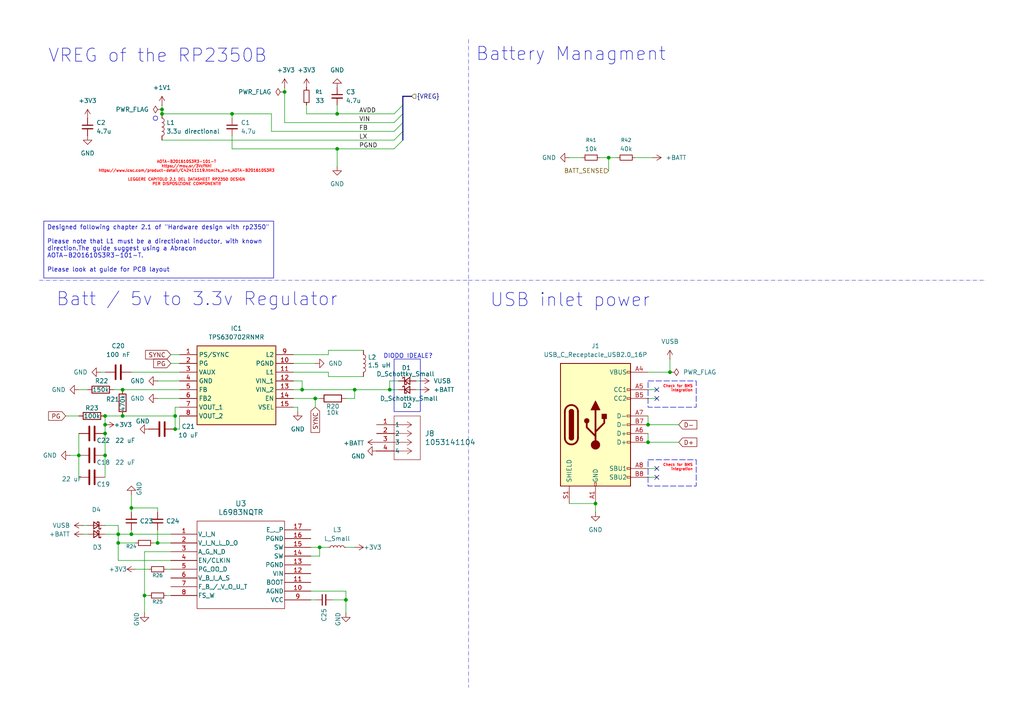
<source format=kicad_sch>
(kicad_sch (version 20250114) (generator "eeschema") (generator_version "9.0")
  (paper "A4")
  (title_block (title "Training Academy Board ") (date "2025-09-11") (rev "1.0") (company "Sapienza Rocket Team"))
  (lib_symbols
    (symbol "2025-12-20_10-01-49:L6983NQTR" (pin_names (offset 0.254))
      (property "Reference" "U" (at 1.27 20.32 0))
      (property "Value" "L6983NQTR" (at 1.27 17.78 0))
      (symbol "L6983NQTR_0_1"
        (pin unspecified line (at -20.32 8.89 0) (length 7.62) (name "V_I_N") (number "1"))
        (pin unspecified line (at -20.32 6.35 0) (length 7.62) (name "V_I_N_L_D_O") (number "2"))
        (pin unspecified line (at -20.32 3.81 0) (length 7.62) (name "A_G_N_D") (number "3"))
        (pin unspecified line (at -20.32 1.27 0) (length 7.62) (name "EN/CLKIN") (number "4"))
        (pin unspecified line (at -20.32 -1.27 0) (length 7.62) (name "PG_OO_D") (number "5"))
        (pin unspecified line (at -20.32 -3.81 0) (length 7.62) (name "V_B_I_A_S") (number "6"))
        (pin unspecified line (at -20.32 -6.35 0) (length 7.62) (name "F_B_/_V_O_U_T") (number "7"))
        (pin unspecified line (at -20.32 -8.89 0) (length 7.62) (name "FS_W") (number "8"))
        (pin unspecified line (at 20.32 10.16 180) (length 7.62) (name "E_._P") (number "17"))
        (pin power_out line (at 20.32 7.62 180) (length 7.62) (name "PGND") (number "16"))
        (pin unspecified line (at 20.32 5.08 180) (length 7.62) (name "SW") (number "15"))
        (pin unspecified line (at 20.32 2.54 180) (length 7.62) (name "SW") (number "14"))
        (pin power_out line (at 20.32 0 180) (length 7.62) (name "PGND") (number "13"))
        (pin unspecified line (at 20.32 -2.54 180) (length 7.62) (name "VIN") (number "12"))
        (pin unspecified line (at 20.32 -5.08 180) (length 7.62) (name "BOOT") (number "11"))
        (pin power_out line (at 20.32 -7.62 180) (length 7.62) (name "AGND") (number "10"))
        (pin power_in line (at 20.32 -10.16 180) (length 7.62) (name "VCC") (number "9"))
      )
      (symbol "L6983NQTR_1_1"
        (rectangle (start -12.7 12.7) (end 12.7 -12.7))
      )
    )
    (symbol "Connector:USB_C_Receptacle_USB2.0_16P" (pin_names (offset 1.016))
      (property "Reference" "J" (at 0 22.225 0))
      (property "Value" "USB_C_Receptacle_USB2.0_16P" (at 0 19.685 0))
      (symbol "USB_C_Receptacle_USB2.0_16P_0_0"
        (rectangle (start -0.254 -17.78) (end 0.254 -16.764))
        (rectangle (start 10.16 15.494) (end 9.144 14.986))
        (rectangle (start 10.16 10.414) (end 9.144 9.906))
        (rectangle (start 10.16 7.874) (end 9.144 7.366))
        (rectangle (start 10.16 2.794) (end 9.144 2.286))
        (rectangle (start 10.16 0.254) (end 9.144 -0.254))
        (rectangle (start 10.16 -2.286) (end 9.144 -2.794))
        (rectangle (start 10.16 -4.826) (end 9.144 -5.334))
        (rectangle (start 10.16 -12.446) (end 9.144 -12.954))
        (rectangle (start 10.16 -14.986) (end 9.144 -15.494))
      )
      (symbol "USB_C_Receptacle_USB2.0_16P_0_1"
        (rectangle (start -10.16 17.78) (end 10.16 -17.78) (stroke (width 0.254)) (fill (type background)))
        (polyline (pts (xy -8.89 -3.81) (xy -8.89 3.81)) (stroke (width 0.508)))
        (rectangle (start -7.62 -3.81) (end -6.35 3.81) (stroke (width 0.254)) (fill (type outline)))
        (arc (start -7.62 3.81) (mid -6.985 4.4423) (end -6.35 3.81) (stroke (width 0.254)))
        (arc (start -7.62 3.81) (mid -6.985 4.4423) (end -6.35 3.81) (stroke (width 0.254)) (fill (type outline)))
        (arc (start -8.89 3.81) (mid -6.985 5.7067) (end -5.08 3.81) (stroke (width 0.508)))
        (arc (start -5.08 -3.81) (mid -6.985 -5.7067) (end -8.89 -3.81) (stroke (width 0.508)))
        (arc (start -6.35 -3.81) (mid -6.985 -4.4423) (end -7.62 -3.81) (stroke (width 0.254)))
        (arc (start -6.35 -3.81) (mid -6.985 -4.4423) (end -7.62 -3.81) (stroke (width 0.254)) (fill (type outline)))
        (polyline (pts (xy -5.08 3.81) (xy -5.08 -3.81)) (stroke (width 0.508)))
        (circle (center -2.54 1.143) (radius 0.635) (stroke (width 0.254)) (fill (type outline)))
        (polyline (pts (xy -1.27 4.318) (xy 0 6.858) (xy 1.27 4.318) (xy -1.27 4.318)) (stroke (width 0.254)) (fill (type outline)))
        (polyline (pts (xy 0 -2.032) (xy 2.54 0.508) (xy 2.54 1.778)) (stroke (width 0.508)))
        (polyline (pts (xy 0 -3.302) (xy -2.54 -0.762) (xy -2.54 0.508)) (stroke (width 0.508)))
        (polyline (pts (xy 0 -5.842) (xy 0 4.318)) (stroke (width 0.508)))
        (circle (center 0 -5.842) (radius 1.27) (fill (type outline)))
        (rectangle (start 1.905 1.778) (end 3.175 3.048) (stroke (width 0.254)) (fill (type outline)))
      )
      (symbol "USB_C_Receptacle_USB2.0_16P_1_1"
        (pin passive line (at -7.62 -22.86 90) (length 5.08) (name "SHIELD") (number "S1"))
        (pin passive line (at 0 -22.86 90) (length 5.08) (name "GND") (number "A1"))
        (pin passive line (at 0 -22.86 90) (length 5.08) (hide yes) (name "GND") (number "A12"))
        (pin passive line (at 0 -22.86 90) (length 5.08) (hide yes) (name "GND") (number "B1"))
        (pin passive line (at 0 -22.86 90) (length 5.08) (hide yes) (name "GND") (number "B12"))
        (pin passive line (at 15.24 15.24 180) (length 5.08) (name "VBUS") (number "A4"))
        (pin passive line (at 15.24 15.24 180) (length 5.08) (hide yes) (name "VBUS") (number "A9"))
        (pin passive line (at 15.24 15.24 180) (length 5.08) (hide yes) (name "VBUS") (number "B4"))
        (pin passive line (at 15.24 15.24 180) (length 5.08) (hide yes) (name "VBUS") (number "B9"))
        (pin bidirectional line (at 15.24 10.16 180) (length 5.08) (name "CC1") (number "A5"))
        (pin bidirectional line (at 15.24 7.62 180) (length 5.08) (name "CC2") (number "B5"))
        (pin bidirectional line (at 15.24 2.54 180) (length 5.08) (name "D-") (number "A7"))
        (pin bidirectional line (at 15.24 0 180) (length 5.08) (name "D-") (number "B7"))
        (pin bidirectional line (at 15.24 -2.54 180) (length 5.08) (name "D+") (number "A6"))
        (pin bidirectional line (at 15.24 -5.08 180) (length 5.08) (name "D+") (number "B6"))
        (pin bidirectional line (at 15.24 -12.7 180) (length 5.08) (name "SBU1") (number "A8"))
        (pin bidirectional line (at 15.24 -15.24 180) (length 5.08) (name "SBU2") (number "B8"))
      )
    )
    (symbol "Device:C" (pin_numbers (hide yes)) (pin_names (offset 0.254))
      (property "Reference" "C" (at 0.635 2.54 0))
      (property "Value" "C" (at 0.635 -2.54 0))
      (symbol "C_0_1"
        (polyline (pts (xy -2.032 0.762) (xy 2.032 0.762)) (stroke (width 0.508)))
        (polyline (pts (xy -2.032 -0.762) (xy 2.032 -0.762)) (stroke (width 0.508)))
      )
      (symbol "C_1_1"
        (pin passive line (at 0 3.81 270) (length 2.794) (name "~") (number "1"))
        (pin passive line (at 0 -3.81 90) (length 2.794) (name "~") (number "2"))
      )
    )
    (symbol "Device:C_Small" (pin_numbers (hide yes)) (pin_names (offset 0.254) (hide yes))
      (property "Reference" "C" (at 0.254 1.778 0))
      (property "Value" "C_Small" (at 0.254 -2.032 0))
      (symbol "C_Small_0_1"
        (polyline (pts (xy -1.524 0.508) (xy 1.524 0.508)) (stroke (width 0.3048)))
        (polyline (pts (xy -1.524 -0.508) (xy 1.524 -0.508)) (stroke (width 0.3302)))
      )
      (symbol "C_Small_1_1"
        (pin passive line (at 0 2.54 270) (length 2.032) (name "~") (number "1"))
        (pin passive line (at 0 -2.54 90) (length 2.032) (name "~") (number "2"))
      )
    )
    (symbol "Device:D_Schottky_Small" (pin_numbers (hide yes)) (pin_names (offset 0.254) (hide yes))
      (property "Reference" "D" (at -1.27 2.032 0))
      (property "Value" "D_Schottky_Small" (at -7.112 -2.032 0))
      (symbol "D_Schottky_Small_0_1"
        (polyline (pts (xy -1.27 0.762) (xy -1.27 1.016) (xy -0.762 1.016) (xy -0.762 -1.016) (xy -0.254 -1.016) (xy -0.254 -0.762)) (stroke (width 0.254)))
        (polyline (pts (xy -0.762 0) (xy 0.762 0)))
        (polyline (pts (xy 0.762 -1.016) (xy -0.762 0) (xy 0.762 1.016) (xy 0.762 -1.016)) (stroke (width 0.254)))
      )
      (symbol "D_Schottky_Small_1_1"
        (pin passive line (at -2.54 0 0) (length 1.778) (name "K") (number "1"))
        (pin passive line (at 2.54 0 180) (length 1.778) (name "A") (number "2"))
      )
    )
    (symbol "Device:L" (pin_numbers (hide yes)) (pin_names (offset 1.016) (hide yes))
      (property "Reference" "L" (at -1.27 0 90))
      (property "Value" "L" (at 1.905 0 90))
      (symbol "L_0_1"
        (arc (start 0 2.54) (mid 0.6323 1.905) (end 0 1.27))
        (arc (start 0 1.27) (mid 0.6323 0.635) (end 0 0))
        (arc (start 0 0) (mid 0.6323 -0.635) (end 0 -1.27))
        (arc (start 0 -1.27) (mid 0.6323 -1.905) (end 0 -2.54))
      )
      (symbol "L_1_1"
        (pin passive line (at 0 3.81 270) (length 1.27) (name "1") (number "1"))
        (pin passive line (at 0 -3.81 90) (length 1.27) (name "2") (number "2"))
      )
    )
    (symbol "Device:L_Small" (pin_numbers (hide yes)) (pin_names (offset 0.254) (hide yes))
      (property "Reference" "L" (at 0.762 1.016 0))
      (property "Value" "L_Small" (at 0.762 -1.016 0))
      (symbol "L_Small_0_1"
        (arc (start 0 2.032) (mid 0.5058 1.524) (end 0 1.016))
        (arc (start 0 1.016) (mid 0.5058 0.508) (end 0 0))
        (arc (start 0 0) (mid 0.5058 -0.508) (end 0 -1.016))
        (arc (start 0 -1.016) (mid 0.5058 -1.524) (end 0 -2.032))
      )
      (symbol "L_Small_1_1"
        (pin passive line (at 0 2.54 270) (length 0.508) (name "~") (number "1"))
        (pin passive line (at 0 -2.54 90) (length 0.508) (name "~") (number "2"))
      )
    )
    (symbol "Device:R" (pin_numbers (hide yes)) (pin_names (offset 0))
      (property "Reference" "R" (at 2.032 0 90))
      (property "Value" "R" (at 0 0 90))
      (symbol "R_0_1"
        (rectangle (start -1.016 -2.54) (end 1.016 2.54) (stroke (width 0.254)))
      )
      (symbol "R_1_1"
        (pin passive line (at 0 3.81 270) (length 1.27) (name "~") (number "1"))
        (pin passive line (at 0 -3.81 90) (length 1.27) (name "~") (number "2"))
      )
    )
    (symbol "Device:R_Small" (pin_numbers (hide yes)) (pin_names (offset 0.254) (hide yes))
      (property "Reference" "R" (at 0 0 90))
      (property "Value" "R_Small" (at 1.778 0 90))
      (symbol "R_Small_0_1"
        (rectangle (start -0.762 1.778) (end 0.762 -1.778) (stroke (width 0.2032)))
      )
      (symbol "R_Small_1_1"
        (pin passive line (at 0 2.54 270) (length 0.762) (name "~") (number "1"))
        (pin passive line (at 0 -2.54 90) (length 0.762) (name "~") (number "2"))
      )
    )
    (symbol "Molex_Nanofit:1053141104" (pin_names (offset 0.254))
      (property "Reference" "J" (at 8.89 6.35 0))
      (property "Value" "1053141104" (at 0 0 0))
      (symbol "1053141104_1_1"
        (polyline (pts (xy 5.08 2.54) (xy 5.08 -10.16)) (stroke (width 0.127)))
        (polyline (pts (xy 5.08 -10.16) (xy 12.7 -10.16)) (stroke (width 0.127)))
        (polyline (pts (xy 10.16 0) (xy 5.08 0)) (stroke (width 0.127)))
        (polyline (pts (xy 10.16 0) (xy 8.89 0.8467)) (stroke (width 0.127)))
        (polyline (pts (xy 10.16 0) (xy 8.89 -0.8467)) (stroke (width 0.127)))
        (polyline (pts (xy 10.16 -2.54) (xy 5.08 -2.54)) (stroke (width 0.127)))
        (polyline (pts (xy 10.16 -2.54) (xy 8.89 -1.6933)) (stroke (width 0.127)))
        (polyline (pts (xy 10.16 -2.54) (xy 8.89 -3.3867)) (stroke (width 0.127)))
        (polyline (pts (xy 10.16 -5.08) (xy 5.08 -5.08)) (stroke (width 0.127)))
        (polyline (pts (xy 10.16 -5.08) (xy 8.89 -4.2333)) (stroke (width 0.127)))
        (polyline (pts (xy 10.16 -5.08) (xy 8.89 -5.9267)) (stroke (width 0.127)))
        (polyline (pts (xy 10.16 -7.62) (xy 5.08 -7.62)) (stroke (width 0.127)))
        (polyline (pts (xy 10.16 -7.62) (xy 8.89 -6.7733)) (stroke (width 0.127)))
        (polyline (pts (xy 10.16 -7.62) (xy 8.89 -8.4667)) (stroke (width 0.127)))
        (polyline (pts (xy 12.7 2.54) (xy 5.08 2.54)) (stroke (width 0.127)))
        (polyline (pts (xy 12.7 -10.16) (xy 12.7 2.54)) (stroke (width 0.127)))
        (pin unspecified line (at 0 0 0) (length 5.08) (name "1") (number "1"))
        (pin unspecified line (at 0 -2.54 0) (length 5.08) (name "2") (number "2"))
        (pin unspecified line (at 0 -5.08 0) (length 5.08) (name "3") (number "3"))
        (pin unspecified line (at 0 -7.62 0) (length 5.08) (name "4") (number "4"))
      )
      (symbol "1053141104_1_2"
        (polyline (pts (xy 5.08 2.54) (xy 5.08 -10.16)) (stroke (width 0.127)))
        (polyline (pts (xy 5.08 -10.16) (xy 12.7 -10.16)) (stroke (width 0.127)))
        (polyline (pts (xy 7.62 0) (xy 5.08 0)) (stroke (width 0.127)))
        (polyline (pts (xy 7.62 0) (xy 8.89 0.8467)) (stroke (width 0.127)))
        (polyline (pts (xy 7.62 0) (xy 8.89 -0.8467)) (stroke (width 0.127)))
        (polyline (pts (xy 7.62 -2.54) (xy 5.08 -2.54)) (stroke (width 0.127)))
        (polyline (pts (xy 7.62 -2.54) (xy 8.89 -1.6933)) (stroke (width 0.127)))
        (polyline (pts (xy 7.62 -2.54) (xy 8.89 -3.3867)) (stroke (width 0.127)))
        (polyline (pts (xy 7.62 -5.08) (xy 5.08 -5.08)) (stroke (width 0.127)))
        (polyline (pts (xy 7.62 -5.08) (xy 8.89 -4.2333)) (stroke (width 0.127)))
        (polyline (pts (xy 7.62 -5.08) (xy 8.89 -5.9267)) (stroke (width 0.127)))
        (polyline (pts (xy 7.62 -7.62) (xy 5.08 -7.62)) (stroke (width 0.127)))
        (polyline (pts (xy 7.62 -7.62) (xy 8.89 -6.7733)) (stroke (width 0.127)))
        (polyline (pts (xy 7.62 -7.62) (xy 8.89 -8.4667)) (stroke (width 0.127)))
        (polyline (pts (xy 12.7 2.54) (xy 5.08 2.54)) (stroke (width 0.127)))
        (polyline (pts (xy 12.7 -10.16) (xy 12.7 2.54)) (stroke (width 0.127)))
        (pin unspecified line (at 0 0 0) (length 5.08) (name "1") (number "1"))
        (pin unspecified line (at 0 -2.54 0) (length 5.08) (name "2") (number "2"))
        (pin unspecified line (at 0 -5.08 0) (length 5.08) (name "3") (number "3"))
        (pin unspecified line (at 0 -7.62 0) (length 5.08) (name "4") (number "4"))
      )
    )
    (symbol "TPS630702RNMR:TPS630702RNMR"
      (property "Reference" "IC" (at 29.21 7.62 0))
      (property "Value" "TPS630702RNMR" (at 29.21 5.08 0))
      (symbol "TPS630702RNMR_1_1"
        (rectangle (start 5.08 2.54) (end 27.94 -20.32) (stroke (width 0.254)) (fill (type background)))
        (pin passive line (at 0 0 0) (length 5.08) (name "PS/SYNC") (number "1"))
        (pin passive line (at 0 -2.54 0) (length 5.08) (name "PG") (number "2"))
        (pin passive line (at 0 -5.08 0) (length 5.08) (name "VAUX") (number "3"))
        (pin passive line (at 0 -7.62 0) (length 5.08) (name "GND") (number "4"))
        (pin passive line (at 0 -10.16 0) (length 5.08) (name "FB") (number "5"))
        (pin passive line (at 0 -12.7 0) (length 5.08) (name "FB2") (number "6"))
        (pin passive line (at 0 -15.24 0) (length 5.08) (name "VOUT_1") (number "7"))
        (pin passive line (at 0 -17.78 0) (length 5.08) (name "VOUT_2") (number "8"))
        (pin passive line (at 33.02 0 180) (length 5.08) (name "L2") (number "9"))
        (pin passive line (at 33.02 -2.54 180) (length 5.08) (name "PGND") (number "10"))
        (pin passive line (at 33.02 -5.08 180) (length 5.08) (name "L1") (number "11"))
        (pin passive line (at 33.02 -7.62 180) (length 5.08) (name "VIN_1") (number "12"))
        (pin passive line (at 33.02 -10.16 180) (length 5.08) (name "VIN_2") (number "13"))
        (pin passive line (at 33.02 -12.7 180) (length 5.08) (name "EN") (number "14"))
        (pin passive line (at 33.02 -15.24 180) (length 5.08) (name "VSEL") (number "15"))
      )
    )
    (symbol "power:+1V1" (power) (pin_numbers (hide yes)) (pin_names (offset 0) (hide yes))
      (property "Value" "+1V1" (at 0 3.556 0))
      (symbol "+1V1_0_1"
        (polyline (pts (xy -0.762 1.27) (xy 0 2.54)))
        (polyline (pts (xy 0 2.54) (xy 0.762 1.27)))
        (polyline (pts (xy 0 0) (xy 0 2.54)))
      )
      (symbol "+1V1_1_1"
        (pin power_in line (at 0 0 90) (length 0) (name "~") (number "1"))
      )
    )
    (symbol "power:+3.3V" (power) (pin_numbers (hide yes)) (pin_names (offset 0) (hide yes))
      (property "Value" "+3.3V" (at 0 3.556 0))
      (symbol "+3.3V_0_1"
        (polyline (pts (xy -0.762 1.27) (xy 0 2.54)))
        (polyline (pts (xy 0 2.54) (xy 0.762 1.27)))
        (polyline (pts (xy 0 0) (xy 0 2.54)))
      )
      (symbol "+3.3V_1_1"
        (pin power_in line (at 0 0 90) (length 0) (name "~") (number "1"))
      )
    )
    (symbol "power:+3V3" (power) (pin_numbers (hide yes)) (pin_names (offset 0) (hide yes))
      (property "Value" "+3V3" (at 0 3.556 0))
      (symbol "+3V3_0_1"
        (polyline (pts (xy -0.762 1.27) (xy 0 2.54)))
        (polyline (pts (xy 0 2.54) (xy 0.762 1.27)))
        (polyline (pts (xy 0 0) (xy 0 2.54)))
      )
      (symbol "+3V3_1_1"
        (pin power_in line (at 0 0 90) (length 0) (name "~") (number "1"))
      )
    )
    (symbol "power:+5V" (power) (pin_numbers (hide yes)) (pin_names (offset 0) (hide yes))
      (property "Value" "+5V" (at 0 3.556 0))
      (symbol "+5V_0_1"
        (polyline (pts (xy -0.762 1.27) (xy 0 2.54)))
        (polyline (pts (xy 0 2.54) (xy 0.762 1.27)))
        (polyline (pts (xy 0 0) (xy 0 2.54)))
      )
      (symbol "+5V_1_1"
        (pin power_in line (at 0 0 90) (length 0) (name "~") (number "1"))
      )
    )
    (symbol "power:+BATT" (power) (pin_numbers (hide yes)) (pin_names (offset 0) (hide yes))
      (property "Value" "+BATT" (at 0 3.556 0))
      (symbol "+BATT_0_1"
        (polyline (pts (xy -0.762 1.27) (xy 0 2.54)))
        (polyline (pts (xy 0 2.54) (xy 0.762 1.27)))
        (polyline (pts (xy 0 0) (xy 0 2.54)))
      )
      (symbol "+BATT_1_1"
        (pin power_in line (at 0 0 90) (length 0) (name "~") (number "1"))
      )
    )
    (symbol "power:GND" (power) (pin_numbers (hide yes)) (pin_names (offset 0) (hide yes))
      (property "Value" "GND" (at 0 -3.81 0))
      (symbol "GND_0_1"
        (polyline (pts (xy 0 0) (xy 0 -1.27) (xy 1.27 -1.27) (xy 0 -2.54) (xy -1.27 -1.27) (xy 0 -1.27)))
      )
      (symbol "GND_1_1"
        (pin power_in line (at 0 0 270) (length 0) (name "~") (number "1"))
      )
    )
    (symbol "power:PWR_FLAG" (power) (pin_numbers (hide yes)) (pin_names (offset 0) (hide yes))
      (property "Value" "PWR_FLAG" (at 0 3.81 0))
      (symbol "PWR_FLAG_0_0"
        (pin power_out line (at 0 0 90) (length 0) (name "~") (number "1"))
      )
      (symbol "PWR_FLAG_0_1"
        (polyline (pts (xy 0 0) (xy 0 1.27) (xy -1.016 1.905) (xy 0 2.54) (xy 1.016 1.905) (xy 0 1.27)))
      )
    )
  )
  (circle (center 45.085 34.29) (radius 0.635) (fill (type color)))
  (rectangle (start 114.3 104.14) (end 121.92 119.38))
  (text "USB inlet power" (at 165.354 87.122 0) (effects (font (size 3.81 3.81))))
  (text "Batt / 5v to 3.3v Regulator\n" (at 57.15 86.868 0) (effects (font (size 3.81 3.81))))
  (text "AOTA-B201610S3R3-101-T\nhttps://mou.sr/3VcfNhi\nhttps://www.lcsc.com/product-detail/C42411119.html?s_z=n_AOTA-B201610S3R3\n\nLEGGERE CAPITOLO 2.1 DEL DATASHEET RP2350 DESIGN\nPER DISPOSIZIONE COMPONENTI!" (at 54.102 50.292 0) (effects (font (size 0.8 0.8))))
  (text "VREG of the RP2350B\n" (at 45.72 16.256 0) (effects (font (size 3.81 3.81))))
  (text "DIODO IDEALE?" (at 118.364 103.378 0) (effects (font (size 1.27 1.27))))
  (text "Battery Managment\n" (at 165.608 15.748 0) (effects (font (size 3.81 3.81))))
  (text_box "Check for BMS integration" (at 187.96 133.35 0) (size 13.97 7.62) (margins 0.9525 0.9525 0.9525 0.9525) (stroke (width 0) (type dash)) (effects (font (size 0.762 0.762)) (justify right top)))
  (text_box "Designed following chapter 2.1 of \"Hardware design with rp2350\"\n\nPlease note that L1 must be a directional inductor, with known direction.The guide suggest using a Abracon AOTA-B201610S3R3-101-T.\n\nPlease look at guide for PCB layout" (at 12.7 64.135 0) (size 66.675 16.51) (margins 0.9525 0.9525 0.9525 0.9525) (effects (font (size 1.27 1.27)) (justify left top)))
  (text_box "Check for BMS integration" (at 187.96 110.49 0) (size 13.97 7.62) (margins 0.9525 0.9525 0.9525 0.9525) (stroke (width 0) (type dash)) (effects (font (size 0.762 0.762)) (justify right top)))
  (junction (at 100.33 173.99))
  (junction (at 187.96 128.27))
  (junction (at 172.72 146.05))
  (junction (at 41.91 172.72))
  (junction (at 30.48 125.73))
  (junction (at 46.99 33.02))
  (junction (at 35.56 120.65))
  (junction (at 30.48 120.65))
  (junction (at 194.31 107.95))
  (junction (at 30.48 123.19))
  (junction (at 50.8 124.46))
  (junction (at 91.44 115.57))
  (junction (at 35.56 113.03))
  (junction (at 97.79 33.02))
  (junction (at 87.63 113.03))
  (junction (at 30.48 132.08))
  (junction (at 34.29 157.48))
  (junction (at 34.29 154.94))
  (junction (at 113.03 113.03))
  (junction (at 22.86 132.08))
  (junction (at 187.96 123.19))
  (junction (at 176.53 45.72))
  (junction (at 97.79 43.18))
  (junction (at 92.71 158.75))
  (junction (at 82.55 26.67))
  (junction (at 38.1 154.94))
  (junction (at 50.8 120.65))
  (junction (at 67.31 33.02))
  (junction (at 46.99 31.75))
  (junction (at 38.1 147.32))
  (junction (at 102.87 113.03))
  (junction (at 45.72 157.48))
  (no_connect (at 190.5 135.89))
  (no_connect (at 190.5 113.03))
  (no_connect (at 190.5 115.57))
  (no_connect (at 190.5 138.43))
  (bus_entry (at 116.84 38.1) (size -2.54 2.54))
  (bus_entry (at 116.84 33.02) (size -2.54 2.54))
  (bus_entry (at 116.84 35.56) (size -2.54 2.54))
  (bus_entry (at 116.84 30.48) (size -2.54 2.54))
  (bus_entry (at 116.84 40.64) (size -2.54 2.54))
  (wire (pts (xy 82.55 35.56) (xy 114.3 35.56)))
  (wire (pts (xy 34.29 157.48) (xy 34.29 162.56)))
  (wire (pts (xy 165.1 45.72) (xy 168.91 45.72)))
  (wire (pts (xy 52.07 124.46) (xy 50.8 124.46)))
  (wire (pts (xy 20.32 132.08) (xy 22.86 132.08)))
  (wire (pts (xy 24.13 154.94) (xy 25.4 154.94)))
  (wire (pts (xy 41.91 172.72) (xy 41.91 177.8)))
  (wire (pts (xy 90.17 161.29) (xy 92.71 161.29)))
  (wire (pts (xy 34.29 152.4) (xy 34.29 154.94)))
  (wire (pts (xy 19.05 120.65) (xy 22.86 120.65)))
  (wire (pts (xy 30.48 123.19) (xy 30.48 125.73)))
  (wire (pts (xy 44.45 157.48) (xy 45.72 157.48)))
  (wire (pts (xy 24.13 152.4) (xy 25.4 152.4)))
  (wire (pts (xy 38.1 148.59) (xy 38.1 147.32)))
  (wire (pts (xy 41.91 172.72) (xy 43.18 172.72)))
  (wire (pts (xy 35.56 120.65) (xy 50.8 120.65)))
  (bus (pts (xy 116.84 33.02) (xy 116.84 35.56)))
  (wire (pts (xy 187.96 138.43) (xy 190.5 138.43)))
  (wire (pts (xy 115.57 110.49) (xy 113.03 110.49)))
  (wire (pts (xy 38.1 154.94) (xy 38.1 153.67)))
  (wire (pts (xy 90.17 173.99) (xy 91.44 173.99)))
  (wire (pts (xy 100.33 158.75) (xy 102.87 158.75)))
  (wire (pts (xy 35.56 113.03) (xy 52.07 113.03)))
  (wire (pts (xy 38.1 107.95) (xy 52.07 107.95)))
  (wire (pts (xy 120.65 110.49) (xy 121.92 110.49)))
  (wire (pts (xy 113.03 110.49) (xy 113.03 113.03)))
  (wire (pts (xy 30.48 120.65) (xy 30.48 123.19)))
  (wire (pts (xy 67.31 33.02) (xy 67.31 34.29)))
  (wire (pts (xy 95.25 109.22) (xy 95.25 107.95)))
  (wire (pts (xy 90.17 171.45) (xy 100.33 171.45)))
  (wire (pts (xy 176.53 49.53) (xy 176.53 45.72)))
  (bus (pts (xy 116.84 30.48) (xy 116.84 33.02)))
  (wire (pts (xy 97.79 33.02) (xy 114.3 33.02)))
  (wire (pts (xy 52.07 118.11) (xy 50.8 118.11)))
  (wire (pts (xy 49.53 105.41) (xy 52.07 105.41)))
  (wire (pts (xy 187.96 113.03) (xy 190.5 113.03)))
  (wire (pts (xy 30.48 132.08) (xy 30.48 138.43)))
  (wire (pts (xy 187.96 125.73) (xy 187.96 128.27)))
  (wire (pts (xy 100.33 171.45) (xy 100.33 173.99)))
  (wire (pts (xy 52.07 120.65) (xy 52.07 124.46)))
  (wire (pts (xy 95.25 101.6) (xy 105.41 101.6)))
  (wire (pts (xy 102.87 113.03) (xy 102.87 115.57)))
  (wire (pts (xy 46.99 31.75) (xy 46.99 33.02)))
  (wire (pts (xy 187.96 135.89) (xy 190.5 135.89)))
  (wire (pts (xy 48.26 165.1) (xy 49.53 165.1)))
  (wire (pts (xy 88.9 30.48) (xy 88.9 33.02)))
  (wire (pts (xy 187.96 107.95) (xy 194.31 107.95)))
  (bus (pts (xy 116.84 35.56) (xy 116.84 38.1)))
  (wire (pts (xy 49.53 160.02) (xy 41.91 160.02)))
  (wire (pts (xy 34.29 154.94) (xy 34.29 157.48)))
  (wire (pts (xy 87.63 110.49) (xy 87.63 113.03)))
  (wire (pts (xy 87.63 113.03) (xy 102.87 113.03)))
  (wire (pts (xy 85.09 118.11) (xy 86.36 118.11)))
  (wire (pts (xy 91.44 105.41) (xy 85.09 105.41)))
  (wire (pts (xy 38.1 147.32) (xy 45.72 147.32)))
  (wire (pts (xy 67.31 33.02) (xy 78.74 33.02)))
  (wire (pts (xy 46.99 33.02) (xy 67.31 33.02)))
  (wire (pts (xy 91.44 115.57) (xy 92.71 115.57)))
  (wire (pts (xy 50.8 120.65) (xy 50.8 124.46)))
  (wire (pts (xy 187.96 120.65) (xy 187.96 123.19)))
  (bus (pts (xy 116.84 38.1) (xy 116.84 40.64)))
  (wire (pts (xy 184.15 45.72) (xy 189.23 45.72)))
  (wire (pts (xy 30.48 120.65) (xy 35.56 120.65)))
  (wire (pts (xy 113.03 113.03) (xy 115.57 113.03)))
  (bus (pts (xy 116.84 27.94) (xy 116.84 30.48)))
  (wire (pts (xy 45.72 153.67) (xy 45.72 157.48)))
  (wire (pts (xy 173.99 45.72) (xy 176.53 45.72)))
  (wire (pts (xy 30.48 125.73) (xy 30.48 132.08)))
  (wire (pts (xy 97.79 30.48) (xy 97.79 33.02)))
  (wire (pts (xy 30.48 154.94) (xy 34.29 154.94)))
  (wire (pts (xy 95.25 158.75) (xy 92.71 158.75)))
  (wire (pts (xy 33.02 113.03) (xy 35.56 113.03)))
  (wire (pts (xy 78.74 33.02) (xy 78.74 38.1)))
  (wire (pts (xy 90.17 158.75) (xy 92.71 158.75)))
  (wire (pts (xy 95.25 107.95) (xy 85.09 107.95)))
  (wire (pts (xy 45.72 157.48) (xy 49.53 157.48)))
  (wire (pts (xy 120.65 113.03) (xy 121.92 113.03)))
  (wire (pts (xy 39.37 165.1) (xy 43.18 165.1)))
  (wire (pts (xy 34.29 157.48) (xy 39.37 157.48)))
  (wire (pts (xy 34.29 162.56) (xy 49.53 162.56)))
  (wire (pts (xy 38.1 143.51) (xy 38.1 147.32)))
  (wire (pts (xy 95.25 102.87) (xy 95.25 101.6)))
  (wire (pts (xy 82.55 25.4) (xy 82.55 26.67)))
  (wire (pts (xy 46.99 40.64) (xy 114.3 40.64)))
  (wire (pts (xy 187.96 123.19) (xy 196.85 123.19)))
  (polyline (pts (xy 135.89 11.43) (xy 135.89 199.39)) (stroke (width 0.1016) (type dash_dot)))
  (wire (pts (xy 187.96 115.57) (xy 190.5 115.57)))
  (wire (pts (xy 194.31 107.95) (xy 194.31 104.14)))
  (wire (pts (xy 97.79 43.18) (xy 114.3 43.18)))
  (wire (pts (xy 38.1 154.94) (xy 49.53 154.94)))
  (wire (pts (xy 29.21 107.95) (xy 30.48 107.95)))
  (polyline (pts (xy 11.43 81.28) (xy 135.89 81.28)) (stroke (width 0.1016) (type dash_dot)))
  (wire (pts (xy 45.72 147.32) (xy 45.72 148.59)))
  (wire (pts (xy 50.8 118.11) (xy 50.8 120.65)))
  (wire (pts (xy 187.96 128.27) (xy 196.85 128.27)))
  (wire (pts (xy 85.09 110.49) (xy 87.63 110.49)))
  (wire (pts (xy 67.31 39.37) (xy 67.31 43.18)))
  (wire (pts (xy 34.29 154.94) (xy 38.1 154.94)))
  (wire (pts (xy 67.31 43.18) (xy 97.79 43.18)))
  (wire (pts (xy 46.99 30.48) (xy 46.99 31.75)))
  (wire (pts (xy 102.87 115.57) (xy 100.33 115.57)))
  (wire (pts (xy 22.86 125.73) (xy 22.86 132.08)))
  (wire (pts (xy 85.09 113.03) (xy 87.63 113.03)))
  (wire (pts (xy 86.36 118.11) (xy 86.36 119.38)))
  (wire (pts (xy 172.72 146.05) (xy 172.72 148.59)))
  (wire (pts (xy 41.91 160.02) (xy 41.91 172.72)))
  (wire (pts (xy 85.09 115.57) (xy 91.44 115.57)))
  (wire (pts (xy 91.44 118.11) (xy 91.44 115.57)))
  (wire (pts (xy 78.74 38.1) (xy 114.3 38.1)))
  (wire (pts (xy 22.86 132.08) (xy 22.86 138.43)))
  (bus (pts (xy 119.38 27.94) (xy 116.84 27.94)))
  (wire (pts (xy 97.79 48.26) (xy 97.79 43.18)))
  (wire (pts (xy 165.1 146.05) (xy 172.72 146.05)))
  (wire (pts (xy 105.41 109.22) (xy 95.25 109.22)))
  (wire (pts (xy 88.9 33.02) (xy 97.79 33.02)))
  (wire (pts (xy 102.87 113.03) (xy 113.03 113.03)))
  (wire (pts (xy 85.09 102.87) (xy 95.25 102.87)))
  (wire (pts (xy 45.72 115.57) (xy 52.07 115.57)))
  (wire (pts (xy 100.33 173.99) (xy 100.33 177.8)))
  (wire (pts (xy 176.53 45.72) (xy 179.07 45.72)))
  (wire (pts (xy 96.52 173.99) (xy 100.33 173.99)))
  (wire (pts (xy 82.55 26.67) (xy 82.55 35.56)))
  (wire (pts (xy 49.53 102.87) (xy 52.07 102.87)))
  (wire (pts (xy 48.26 172.72) (xy 49.53 172.72)))
  (polyline (pts (xy 135.89 81.28) (xy 285.75 81.28)) (stroke (width 0.1016) (type dash_dot)))
  (wire (pts (xy 22.86 113.03) (xy 25.4 113.03)))
  (wire (pts (xy 30.48 152.4) (xy 34.29 152.4)))
  (wire (pts (xy 92.71 161.29) (xy 92.71 158.75)))
  (wire (pts (xy 45.72 110.49) (xy 52.07 110.49)))
  (label "VIN" (at 104.14 35.56 0))
  (label "LX" (at 104.14 40.64 0))
  (label "PGND" (at 104.14 43.18 0))
  (label "FB" (at 104.14 38.1 0))
  (label "AVDD" (at 104.14 33.02 0))
  (global_label "D-" (shape input) (at 196.85 123.19 0) (property "Intersheetrefs" "${INTERSHEET_REFS}" (effects (hide yes))))
  (global_label "PG" (shape input) (at 19.05 120.65 180) (property "Intersheetrefs" "${INTERSHEET_REFS}" (effects (hide yes))))
  (global_label "D+" (shape input) (at 196.85 128.27 0) (property "Intersheetrefs" "${INTERSHEET_REFS}" (effects (hide yes))))
  (global_label "SYNC" (shape input) (at 91.44 118.11 270) (property "Intersheetrefs" "${INTERSHEET_REFS}" (effects (hide yes))))
  (global_label "SYNC" (shape input) (at 49.53 102.87 180) (property "Intersheetrefs" "${INTERSHEET_REFS}" (effects (hide yes))))
  (global_label "PG" (shape input) (at 49.53 105.41 180) (property "Intersheetrefs" "${INTERSHEET_REFS}" (effects (hide yes))))
  (hierarchical_label "BATT_SENSE" (shape input) (at 176.53 49.53 180))
  (hierarchical_label "{VREG}" (shape input) (at 119.38 27.94 0))
  (symbol (lib_id "power:+5V") (at 194.31 104.14 0) (unit 1)
    (property "Reference" "#PWR014" (effects (hide yes)))
    (property "Value" "VUSB" (at 194.31 99.06 0))
    (property "Description" "Power symbol creates a global label with name \"+5V\"" (effects (hide yes)))
  )
  (symbol (lib_id "power:+BATT") (at 24.13 154.94 90) (unit 1) (on_board no)
    (property "Reference" "#PWR039" (effects (hide yes)))
    (property "Value" "+BATT" (at 20.32 154.9399 90) (effects (justify left)))
    (property "Description" "Power symbol creates a global label with name \"+BATT\"" (effects (hide yes)))
  )
  (symbol (lib_id "Connector:USB_C_Receptacle_USB2.0_16P") (at 172.72 123.19 0) (unit 1)
    (property "Reference" "J1" (at 172.72 100.33 0))
    (property "Value" "USB_C_Receptacle_USB2.0_16P" (at 172.72 102.87 0))
    (property "Footprint" "Connector_USB:USB_C_Receptacle_GCT_USB4105-xx-A_16P_TopMnt_Horizontal" (effects (hide yes)))
    (property "Datasheet" "https://www.usb.org/sites/default/files/documents/usb_type-c.zip" (effects (hide yes)))
    (property "Description" "USB 2.0-only 16P Type-C Receptacle connector" (effects (hide yes)))
  )
  (symbol (lib_id "power:+5V") (at 121.92 110.49 270) (unit 1) (on_board no)
    (property "Reference" "#PWR071" (effects (hide yes)))
    (property "Value" "VUSB" (at 125.73 110.4899 90) (effects (justify left)))
    (property "Description" "Power symbol creates a global label with name \"+5V\"" (effects (hide yes)))
  )
  (symbol (lib_id "power:+1V1") (at 46.99 30.48 0) (unit 1)
    (property "Reference" "#PWR016" (effects (hide yes)))
    (property "Value" "+1V1" (at 46.99 25.4 0))
    (property "Description" "Power symbol creates a global label with name \"+1V1\"" (effects (hide yes)))
  )
  (symbol (lib_id "2025-12-20_10-01-49:L6983NQTR") (at 69.85 163.83 0) (unit 1)
    (property "Reference" "U3" (at 69.85 146.05 0) (effects (font (size 1.524 1.524))))
    (property "Value" "L6983NQTR" (at 69.85 148.59 0) (effects (font (size 1.524 1.524))))
    (property "Footprint" "QFN_NQTR_STM" (effects (hide yes)))
    (property "Datasheet" "https://www.st.com/resource/en/datasheet/l6983.pdf" (effects (hide yes)))
  )
  (symbol (lib_id "power:GND") (at 109.22 130.81 270) (unit 1) (on_board no)
    (property "Reference" "#PWR0106" (effects (hide yes)))
    (property "Value" "GND" (at 103.886 132.334 90))
    (property "Description" "Power symbol creates a global label with name \"GND\" , ground" (effects (hide yes)))
  )
  (symbol (lib_id "power:+5V") (at 24.13 152.4 90) (unit 1) (on_board no)
    (property "Reference" "#PWR037" (effects (hide yes)))
    (property "Value" "VUSB" (at 20.32 152.3999 90) (effects (justify left)))
    (property "Description" "Power symbol creates a global label with name \"+5V\"" (effects (hide yes)))
  )
  (symbol (lib_id "power:+3V3") (at 102.87 158.75 270) (unit 1) (on_board no)
    (property "Reference" "#PWR041" (effects (hide yes)))
    (property "Value" "+3V3" (at 105.41 158.75 90) (effects (justify left)))
    (property "Description" "Power symbol creates a global label with name \"+3V3\"" (effects (hide yes)))
  )
  (symbol (lib_id "power:GND") (at 25.4 39.37 0) (unit 1)
    (property "Reference" "#PWR07" (effects (hide yes)))
    (property "Value" "GND" (at 25.4 44.45 0))
    (property "Description" "Power symbol creates a global label with name \"GND\" , ground" (effects (hide yes)))
  )
  (symbol (lib_id "Device:C") (at 26.67 132.08 270) (unit 1) (on_board no)
    (property "Reference" "C18" (at 29.972 134.112 90))
    (property "Value" "22 uF" (at 36.322 134.112 90))
    (property "Footprint" "Capacitor_SMD:C_0603_1608Metric_Pad1.08x0.95mm_HandSolder" (effects (hide yes)))
    (property "Description" "Unpolarized capacitor" (effects (hide yes)))
  )
  (symbol (lib_id "power:GND") (at 165.1 45.72 270) (unit 1)
    (property "Reference" "#PWR0107" (effects (hide yes)))
    (property "Value" "GND" (at 161.29 45.7199 90) (effects (justify right)))
    (property "Description" "Power symbol creates a global label with name \"GND\" , ground" (effects (hide yes)))
  )
  (symbol (lib_id "Device:C_Small") (at 97.79 27.94 0) (unit 1)
    (property "Reference" "C3" (at 100.33 26.6762 0) (effects (justify left)))
    (property "Value" "4.7u" (at 100.33 29.2162 0) (effects (justify left)))
    (property "Footprint" "Capacitor_SMD:C_0603_1608Metric_Pad1.08x0.95mm_HandSolder" (effects (hide yes)))
    (property "Description" "Unpolarized capacitor, small symbol" (effects (hide yes)))
  )
  (symbol (lib_id "Device:R_Small") (at 181.61 45.72 90) (unit 1)
    (property "Reference" "R42" (at 181.61 40.64 90) (effects (font (size 1.016 1.016))))
    (property "Value" "40k" (at 181.61 43.18 90))
    (property "Footprint" "Resistor_SMD:R_0603_1608Metric_Pad0.98x0.95mm_HandSolder" (effects (hide yes)))
    (property "Description" "Resistor, small symbol" (effects (hide yes)))
  )
  (symbol (lib_id "power:GND") (at 22.86 113.03 270) (unit 1) (on_board no)
    (property "Reference" "#PWR048" (effects (hide yes)))
    (property "Value" "GND" (at 19.05 113.0299 90) (effects (justify right)))
    (property "Description" "Power symbol creates a global label with name \"GND\" , ground" (effects (hide yes)))
  )
  (symbol (lib_id "power:PWR_FLAG") (at 194.31 107.95 270) (unit 1)
    (property "Reference" "#FLG04" (effects (hide yes)))
    (property "Value" "PWR_FLAG" (at 198.12 107.9499 90) (effects (justify left)))
    (property "Description" "Special symbol for telling ERC where power comes from" (effects (hide yes)))
  )
  (symbol (lib_id "power:+3.3V") (at 82.55 25.4 0) (unit 1)
    (property "Reference" "#PWR05" (effects (hide yes)))
    (property "Value" "+3V3" (at 80.264 20.32 0) (effects (justify left)))
    (property "Description" "Power symbol creates a global label with name \"+3V3\"" (effects (hide yes)))
  )
  (symbol (lib_id "power:GND") (at 100.33 177.8 0) (unit 1) (on_board no)
    (property "Reference" "#PWR052" (effects (hide yes)))
    (property "Value" "GND" (at 98.044 177.546 90) (effects (justify right)))
    (property "Description" "Power symbol creates a global label with name \"GND\" , ground" (effects (hide yes)))
  )
  (symbol (lib_id "power:+BATT") (at 189.23 45.72 270) (unit 1)
    (property "Reference" "#PWR0108" (effects (hide yes)))
    (property "Value" "+BATT" (at 193.04 45.7199 90) (effects (justify left)))
    (property "Description" "Power symbol creates a global label with name \"+BATT\"" (effects (hide yes)))
  )
  (symbol (lib_id "power:GND") (at 29.21 107.95 270) (unit 1) (on_board no)
    (property "Reference" "#PWR044" (effects (hide yes)))
    (property "Value" "GND" (at 25.4 107.9499 90) (effects (justify right)))
    (property "Description" "Power symbol creates a global label with name \"GND\" , ground" (effects (hide yes)))
  )
  (symbol (lib_id "Device:L") (at 46.99 36.83 0) (unit 1)
    (property "Reference" "L1" (at 48.26 35.5599 0) (effects (justify left)))
    (property "Value" "3.3u directional" (at 48.26 38.0999 0) (effects (justify left)))
    (property "Footprint" "AOTA B201610S3R3-101-T:L_AOTA-B201610S3R3-101-T_MCH" (effects (hide yes)))
    (property "Description" "Inductor" (effects (hide yes)))
  )
  (symbol (lib_id "Device:C_Small") (at 45.72 151.13 180) (unit 1)
    (property "Reference" "C24" (at 52.07 151.13 0) (effects (justify left)))
    (property "Value" "C_Small" (effects (hide yes)))
    (property "Description" "Unpolarized capacitor, small symbol" (effects (hide yes)))
  )
  (symbol (lib_id "power:+3.3V") (at 25.4 34.29 0) (unit 1)
    (property "Reference" "#PWR06" (effects (hide yes)))
    (property "Value" "+3V3" (at 25.4 29.21 0))
    (property "Description" "Power symbol creates a global label with name \"+3V3\"" (effects (hide yes)))
  )
  (symbol (lib_id "Device:L_Small") (at 97.79 158.75 90) (unit 1)
    (property "Reference" "L3" (at 97.79 153.67 90))
    (property "Value" "L_Small" (at 97.79 156.21 90))
    (property "Description" "Inductor, small symbol" (effects (hide yes)))
  )
  (symbol (lib_id "Device:D_Schottky_Small") (at 27.94 152.4 180) (unit 1) (on_board no)
    (property "Reference" "D4" (at 27.94 147.828 0))
    (property "Value" "D_Schottky_Small" (effects (hide yes)))
    (property "Footprint" "SDM2U30CSP:SDM2U30CSP" (effects (hide yes)))
    (property "Description" "Schottky diode, small symbol" (effects (hide yes)))
  )
  (symbol (lib_id "power:GND") (at 38.1 143.51 180) (unit 1) (on_board no)
    (property "Reference" "#PWR040" (effects (hide yes)))
    (property "Value" "GND" (at 40.386 143.764 90) (effects (justify right)))
    (property "Description" "Power symbol creates a global label with name \"GND\" , ground" (effects (hide yes)))
  )
  (symbol (lib_id "power:+BATT") (at 109.22 128.27 90) (unit 1) (on_board no)
    (property "Reference" "#PWR025" (effects (hide yes)))
    (property "Value" "+BATT" (at 105.664 128.524 90) (effects (justify left)))
    (property "Description" "Power symbol creates a global label with name \"+BATT\"" (effects (hide yes)))
  )
  (symbol (lib_id "Device:C") (at 26.67 138.43 270) (unit 1) (on_board no)
    (property "Reference" "C19" (at 29.972 140.462 90))
    (property "Value" "22 uF" (at 20.828 138.938 90))
    (property "Footprint" "Capacitor_SMD:C_0603_1608Metric_Pad1.08x0.95mm_HandSolder" (effects (hide yes)))
    (property "Description" "Unpolarized capacitor" (effects (hide yes)))
  )
  (symbol (lib_id "Device:D_Schottky_Small") (at 118.11 113.03 0) (unit 1) (on_board no)
    (property "Reference" "D2" (at 118.11 117.602 0))
    (property "Value" "D_Schottky_Small" (at 118.618 115.57 0))
    (property "Footprint" "SDM2U30CSP:SDM2U30CSP" (effects (hide yes)))
    (property "Description" "Schottky diode, small symbol" (effects (hide yes)))
  )
  (symbol (lib_id "Device:C") (at 46.99 124.46 90) (unit 1) (on_board no)
    (property "Reference" "C21" (at 54.61 123.698 90))
    (property "Value" "10 uF" (at 54.61 126.238 90))
    (property "Footprint" "Capacitor_SMD:C_0603_1608Metric_Pad1.08x0.95mm_HandSolder" (effects (hide yes)))
    (property "Description" "Unpolarized capacitor" (effects (hide yes)))
  )
  (symbol (lib_id "Device:R") (at 96.52 115.57 90) (unit 1) (on_board no)
    (property "Reference" "R20" (at 96.52 117.856 90))
    (property "Value" "10k" (at 96.52 119.634 90))
    (property "Footprint" "Resistor_SMD:R_0603_1608Metric_Pad0.98x0.95mm_HandSolder" (effects (hide yes)))
    (property "Description" "Resistor" (effects (hide yes)))
  )
  (symbol (lib_id "Device:R_Small") (at 45.72 172.72 90) (unit 1)
    (property "Reference" "R25" (at 45.72 174.498 90) (effects (font (size 1.016 1.016))))
    (property "Value" "R_Small" (effects (hide yes)))
    (property "Description" "Resistor, small symbol" (effects (hide yes)))
  )
  (symbol (lib_id "power:+3V3") (at 30.48 123.19 270) (unit 1) (on_board no)
    (property "Reference" "#PWR050" (effects (hide yes)))
    (property "Value" "+3V3" (at 33.02 123.19 90) (effects (justify left)))
    (property "Description" "Power symbol creates a global label with name \"+3V3\"" (effects (hide yes)))
  )
  (symbol (lib_id "power:GND") (at 172.72 148.59 0) (unit 1)
    (property "Reference" "#PWR013" (effects (hide yes)))
    (property "Value" "GND" (at 172.72 153.67 0))
    (property "Description" "Power symbol creates a global label with name \"GND\" , ground" (effects (hide yes)))
  )
  (symbol (lib_id "power:GND") (at 97.79 25.4 180) (unit 1)
    (property "Reference" "#PWR03" (effects (hide yes)))
    (property "Value" "GND" (at 97.79 20.32 0))
    (property "Description" "Power symbol creates a global label with name \"GND\" , ground" (effects (hide yes)))
  )
  (symbol (lib_id "power:+BATT") (at 121.92 113.03 270) (unit 1) (on_board no)
    (property "Reference" "#PWR065" (effects (hide yes)))
    (property "Value" "+BATT" (at 125.73 113.0299 90) (effects (justify left)))
    (property "Description" "Power symbol creates a global label with name \"+BATT\"" (effects (hide yes)))
  )
  (symbol (lib_id "Device:C_Small") (at 93.98 173.99 90) (unit 1)
    (property "Reference" "C25" (at 93.98 180.34 0) (effects (justify left)))
    (property "Value" "C_Small" (effects (hide yes)))
    (property "Description" "Unpolarized capacitor, small symbol" (effects (hide yes)))
  )
  (symbol (lib_id "Device:R") (at 29.21 113.03 90) (unit 1) (on_board no)
    (property "Reference" "R22" (at 29.464 110.49 90))
    (property "Value" "150k" (at 29.21 113.03 90))
    (property "Footprint" "Resistor_SMD:R_0603_1608Metric_Pad0.98x0.95mm_HandSolder" (effects (hide yes)))
    (property "Description" "Resistor" (effects (hide yes)))
  )
  (symbol (lib_id "Device:R_Small") (at 45.72 165.1 90) (unit 1)
    (property "Reference" "R26" (at 45.72 166.878 90) (effects (font (size 1.016 1.016))))
    (property "Value" "R_Small" (effects (hide yes)))
    (property "Description" "Resistor, small symbol" (effects (hide yes)))
  )
  (symbol (lib_id "power:+3.3V") (at 88.9 25.4 0) (unit 1)
    (property "Reference" "#PWR04" (effects (hide yes)))
    (property "Value" "+3V3" (at 88.9 20.32 0))
    (property "Description" "Power symbol creates a global label with name \"+3V3\"" (effects (hide yes)))
  )
  (symbol (lib_id "power:GND") (at 20.32 132.08 270) (unit 1) (on_board no)
    (property "Reference" "#PWR032" (effects (hide yes)))
    (property "Value" "GND" (at 16.51 132.0799 90) (effects (justify right)))
    (property "Description" "Power symbol creates a global label with name \"GND\" , ground" (effects (hide yes)))
  )
  (symbol (lib_id "Device:D_Schottky_Small") (at 27.94 154.94 180) (unit 1) (on_board no)
    (property "Reference" "D3" (at 28.194 158.75 0))
    (property "Value" "D_Schottky_Small" (effects (hide yes)))
    (property "Footprint" "SDM2U30CSP:SDM2U30CSP" (effects (hide yes)))
    (property "Description" "Schottky diode, small symbol" (effects (hide yes)))
  )
  (symbol (lib_id "Device:C_Small") (at 67.31 36.83 0) (unit 1)
    (property "Reference" "C1" (at 69.85 35.5662 0) (effects (justify left)))
    (property "Value" "4.7u" (at 69.85 38.1062 0) (effects (justify left)))
    (property "Footprint" "Capacitor_SMD:C_0603_1608Metric_Pad1.08x0.95mm_HandSolder" (effects (hide yes)))
    (property "Description" "Unpolarized capacitor, small symbol" (effects (hide yes)))
  )
  (symbol (lib_id "power:GND") (at 45.72 115.57 270) (unit 1) (on_board no)
    (property "Reference" "#PWR046" (effects (hide yes)))
    (property "Value" "GND" (at 41.91 115.5699 90) (effects (justify right)))
    (property "Description" "Power symbol creates a global label with name \"GND\" , ground" (effects (hide yes)))
  )
  (symbol (lib_id "Device:R") (at 35.56 116.84 0) (unit 1) (on_board no)
    (property "Reference" "R21" (at 30.734 115.824 0) (effects (justify left)))
    (property "Value" "470k" (at 35.56 119.38 90) (effects (justify left)))
    (property "Footprint" "Resistor_SMD:R_0603_1608Metric_Pad0.98x0.95mm_HandSolder" (effects (hide yes)))
    (property "Description" "Resistor" (effects (hide yes)))
  )
  (symbol (lib_id "Device:R_Small") (at 41.91 157.48 90) (unit 1)
    (property "Reference" "R24" (at 38.1 158.496 90) (effects (font (size 1.016 1.016))))
    (property "Value" "R_Small" (effects (hide yes)))
    (property "Description" "Resistor, small symbol" (effects (hide yes)))
  )
  (symbol (lib_id "power:PWR_FLAG") (at 82.55 26.67 90) (unit 1)
    (property "Reference" "#FLG02" (effects (hide yes)))
    (property "Value" "PWR_FLAG" (at 78.74 26.6699 90) (effects (justify left)))
    (property "Description" "Special symbol for telling ERC where power comes from" (effects (hide yes)))
  )
  (symbol (lib_id "power:+3V3") (at 39.37 165.1 90) (unit 1) (on_board no)
    (property "Reference" "#PWR053" (effects (hide yes)))
    (property "Value" "+3V3" (at 36.83 165.1 90) (effects (justify left)))
    (property "Description" "Power symbol creates a global label with name \"+3V3\"" (effects (hide yes)))
  )
  (symbol (lib_id "power:GND") (at 43.18 124.46 270) (unit 1) (on_board no)
    (property "Reference" "#PWR047" (effects (hide yes)))
    (property "Value" "GND" (at 43.434 122.174 90) (effects (justify right)))
    (property "Description" "Power symbol creates a global label with name \"GND\" , ground" (effects (hide yes)))
  )
  (symbol (lib_id "power:GND") (at 41.91 177.8 0) (unit 1) (on_board no)
    (property "Reference" "#PWR049" (effects (hide yes)))
    (property "Value" "GND" (at 39.624 177.546 90) (effects (justify right)))
    (property "Description" "Power symbol creates a global label with name \"GND\" , ground" (effects (hide yes)))
  )
  (symbol (lib_id "Device:R_Small") (at 88.9 27.94 180) (unit 1)
    (property "Reference" "R1" (at 91.44 26.6699 0) (effects (font (size 1.016 1.016)) (justify right)))
    (property "Value" "33" (at 91.44 29.2099 0) (effects (justify right)))
    (property "Footprint" "Resistor_SMD:R_0603_1608Metric_Pad0.98x0.95mm_HandSolder" (effects (hide yes)))
    (property "Description" "Resistor, small symbol" (effects (hide yes)))
  )
  (symbol (lib_id "Molex_Nanofit:1053141104") (at 109.22 123.19 0) (unit 1) (on_board no)
    (property "Reference" "J8" (at 123.19 125.7299 0) (effects (font (size 1.524 1.524)) (justify left)))
    (property "Value" "1053141104" (at 123.19 128.2699 0) (effects (font (size 1.524 1.524)) (justify left)))
    (property "Footprint" "CONN_SD-105314-100_04_MOL" (effects (hide yes)))
    (property "Datasheet" "1053141104" (effects (hide yes)))
  )
  (symbol (lib_id "Device:C") (at 26.67 125.73 270) (unit 1) (on_board no)
    (property "Reference" "C22" (at 29.972 127.762 90))
    (property "Value" "22 uF" (at 36.322 127.762 90))
    (property "Footprint" "Capacitor_SMD:C_0603_1608Metric_Pad1.08x0.95mm_HandSolder" (effects (hide yes)))
    (property "Description" "Unpolarized capacitor" (effects (hide yes)))
  )
  (symbol (lib_id "Device:C_Small") (at 38.1 151.13 180) (unit 1)
    (property "Reference" "C23" (at 44.45 151.13 0) (effects (justify left)))
    (property "Value" "C_Small" (effects (hide yes)))
    (property "Description" "Unpolarized capacitor, small symbol" (effects (hide yes)))
  )
  (symbol (lib_id "Device:R") (at 26.67 120.65 270) (unit 1) (on_board no)
    (property "Reference" "R23" (at 26.67 118.364 90))
    (property "Value" "100k" (at 26.67 120.65 90))
    (property "Footprint" "Resistor_SMD:R_0603_1608Metric_Pad0.98x0.95mm_HandSolder" (effects (hide yes)))
    (property "Description" "Resistor" (effects (hide yes)))
  )
  (symbol (lib_id "power:GND") (at 91.44 105.41 90) (unit 1) (on_board no)
    (property "Reference" "#PWR042" (effects (hide yes)))
    (property "Value" "GND" (at 95.25 105.4099 90) (effects (justify right)))
    (property "Description" "Power symbol creates a global label with name \"GND\" , ground" (effects (hide yes)))
  )
  (symbol (lib_id "Device:L") (at 105.41 105.41 0) (unit 1) (on_board no)
    (property "Reference" "L2" (at 106.68 103.632 0) (effects (justify left)))
    (property "Value" "1.5 uH" (at 106.68 105.918 0) (effects (justify left)))
    (property "Footprint" "Inductor_SMD:L_1206_3216Metric_Pad1.42x1.75mm_HandSolder" (effects (hide yes)))
    (property "Description" "Inductor" (effects (hide yes)))
  )
  (symbol (lib_id "TPS630702RNMR:TPS630702RNMR") (at 52.07 102.87 0) (unit 1) (on_board no)
    (property "Reference" "IC1" (at 68.58 95.25 0))
    (property "Value" "TPS630702RNMR" (at 68.58 97.79 0))
    (property "Footprint" "TPS63070:TPS630701RNMR" (effects (hide yes)))
    (property "Datasheet" "http://www.ti.com/lit/ds/symlink/tps63070.pdf" (effects (hide yes)))
    (property "Description" "Switching Voltage Regulators" (effects (hide yes)))
    (property "Mouser Part Number" "595-TPS630702RNMR" (effects (hide yes)))
    (property "Mouser Price/Stock" "https://www.mouser.co.uk/ProductDetail/Texas-Instruments/TPS630702RNMR?qs=vLWxofP3U2wHUyCq3Fj%2FmQ%3D%3D" (effects (hide yes)))
    (property "Manufacturer_Name" "Texas Instruments" (effects (hide yes)))
    (property "Manufacturer_Part_Number" "TPS630702RNMR" (effects (hide yes)))
  )
  (symbol (lib_id "Device:C_Small") (at 25.4 36.83 0) (unit 1)
    (property "Reference" "C2" (at 27.94 35.5662 0) (effects (justify left)))
    (property "Value" "4.7u" (at 27.94 38.1062 0) (effects (justify left)))
    (property "Footprint" "Capacitor_SMD:C_0603_1608Metric_Pad1.08x0.95mm_HandSolder" (effects (hide yes)))
    (property "Description" "Unpolarized capacitor, small symbol" (effects (hide yes)))
  )
  (symbol (lib_id "power:GND") (at 86.36 119.38 0) (unit 1) (on_board no)
    (property "Reference" "#PWR045" (effects (hide yes)))
    (property "Value" "GND" (at 86.36 124.46 0))
    (property "Description" "Power symbol creates a global label with name \"GND\" , ground" (effects (hide yes)))
  )
  (symbol (lib_id "power:PWR_FLAG") (at 46.99 31.75 90) (unit 1)
    (property "Reference" "#FLG03" (effects (hide yes)))
    (property "Value" "PWR_FLAG" (at 43.18 31.7499 90) (effects (justify left)))
    (property "Description" "Special symbol for telling ERC where power comes from" (effects (hide yes)))
  )
  (symbol (lib_id "Device:R_Small") (at 171.45 45.72 90) (unit 1)
    (property "Reference" "R41" (at 171.45 40.64 90) (effects (font (size 1.016 1.016))))
    (property "Value" "10k" (at 171.45 43.18 90))
    (property "Footprint" "Resistor_SMD:R_0603_1608Metric_Pad0.98x0.95mm_HandSolder" (effects (hide yes)))
    (property "Description" "Resistor, small symbol" (effects (hide yes)))
  )
  (symbol (lib_id "Device:D_Schottky_Small") (at 118.11 110.49 0) (unit 1) (on_board no)
    (property "Reference" "D1" (at 117.856 106.68 0))
    (property "Value" "D_Schottky_Small" (at 117.602 108.458 0))
    (property "Footprint" "SDM2U30CSP:SDM2U30CSP" (effects (hide yes)))
    (property "Description" "Schottky diode, small symbol" (effects (hide yes)))
  )
  (symbol (lib_id "power:GND") (at 45.72 110.49 270) (unit 1) (on_board no)
    (property "Reference" "#PWR043" (effects (hide yes)))
    (property "Value" "GND" (at 41.91 110.4899 90) (effects (justify right)))
    (property "Description" "Power symbol creates a global label with name \"GND\" , ground" (effects (hide yes)))
  )
  (symbol (lib_id "power:GND") (at 97.79 48.26 0) (unit 1)
    (property "Reference" "#PWR02" (effects (hide yes)))
    (property "Value" "GND" (at 97.79 53.34 0))
    (property "Description" "Power symbol creates a global label with name \"GND\" , ground" (effects (hide yes)))
  )
  (symbol (lib_id "Device:C") (at 34.29 107.95 90) (unit 1) (on_board no)
    (property "Reference" "C20" (at 34.29 100.33 90))
    (property "Value" "100 nF" (at 34.29 102.87 90))
    (property "Footprint" "Capacitor_SMD:C_0603_1608Metric_Pad1.08x0.95mm_HandSolder" (effects (hide yes)))
    (property "Description" "Unpolarized capacitor" (effects (hide yes)))
  )
)
</source>
